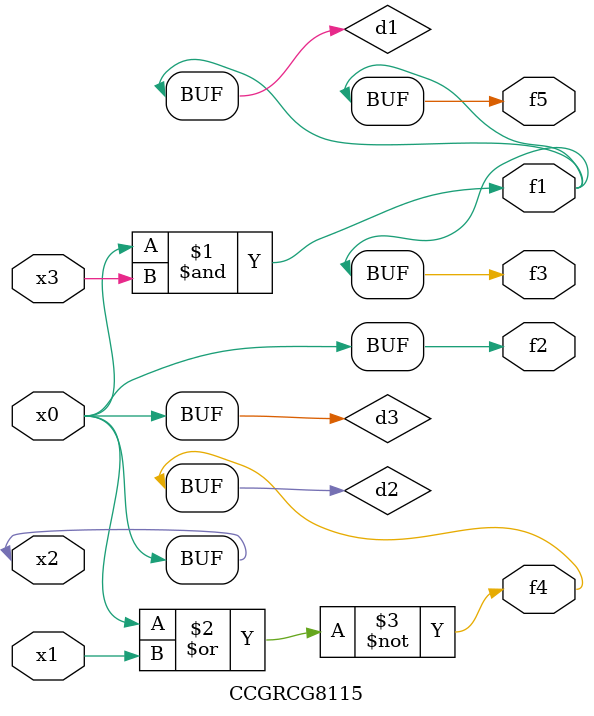
<source format=v>
module CCGRCG8115(
	input x0, x1, x2, x3,
	output f1, f2, f3, f4, f5
);

	wire d1, d2, d3;

	and (d1, x2, x3);
	nor (d2, x0, x1);
	buf (d3, x0, x2);
	assign f1 = d1;
	assign f2 = d3;
	assign f3 = d1;
	assign f4 = d2;
	assign f5 = d1;
endmodule

</source>
